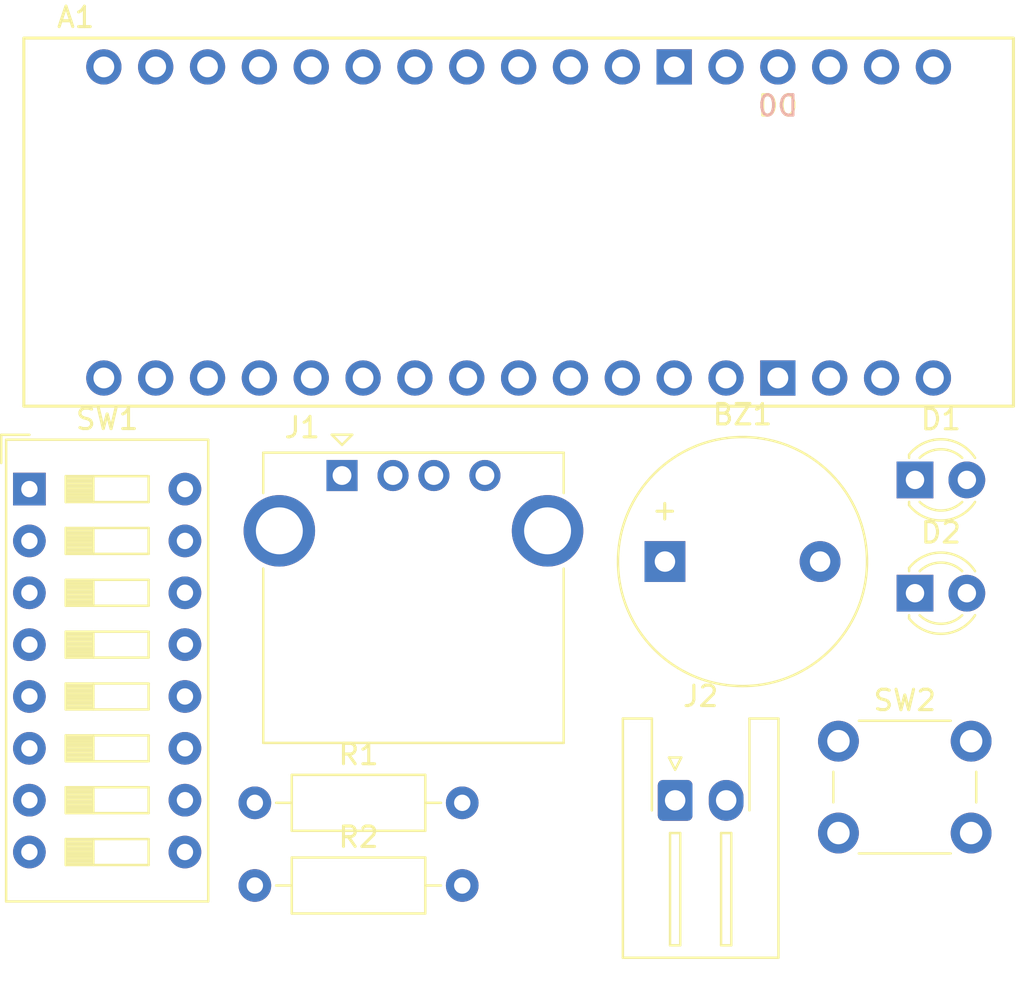
<source format=kicad_pcb>
(kicad_pcb (version 20240108) (generator "pcbnew") (generator_version "8.0")
  (layers (0 "F.Cu" signal) (31 "B.Cu" signal) (34 "B.Paste" user) (35 "F.Paste" user) (36 "B.SilkS" user "B.Silkscreen") (37 "F.SilkS" user "F.Silkscreen") (38 "B.Mask" user) (39 "F.Mask" user) (44 "Edge.Cuts" user))
  (net 0 "")
  (net 1 "Net-(D2-A)")
  (net 2 "Net-(A1-PadD11)")
  (net 11 "GND")
  (net 13 "Net-(A1-PadD5)")
  (net 14 "Net-(A1-PadD8)")
  (net 15 "Net-(A1-PadD9)")
  (net 16 "Net-(A1-SPI_SCK)")
  (net 19 "Net-(A1-PadD6)")
  (net 21 "Net-(A1-SPI_MOSI)")
  (net 24 "Net-(A1-PadD4)")
  (net 25 "Net-(D1-A)")
  (net 27 "Net-(A1-PadD10)")
  (net 28 "Net-(A1-D7_INT4)")
  (net 29 "Net-(J2-Pin_1)")
  (net 32 "Net-(BZ1-+)")
  (net 33 "Net-(D1-K)")
  (net 34 "Net-(D2-K)")
  (footprint "LED_THT:LED_D3.0mm" (layer "F.Cu") (at 129.325 78.975)
    (property "Reference" "D1" (at 1.27 -2.96 0) (layer "F.SilkS"))
    (property "Value" "Power LED")
    (fp_line (start -0.29 -1.236) (end -0.29 -1.08) (stroke (width 0.12)) (layer "F.SilkS"))
    (fp_line (start -0.29 1.08) (end -0.29 1.236) (stroke (width 0.12)) (layer "F.SilkS"))
    (fp_arc (start -0.29 -1.235516) (mid 1.366487 -1.987659) (end 2.942335 -1.078608) (stroke (width 0.12)) (layer "F.SilkS"))
    (fp_arc (start 0.229039 -1.08) (mid 1.270117 -1.5) (end 2.31113 -1.079837) (stroke (width 0.12)) (layer "F.SilkS"))
    (fp_arc (start 2.31113 1.079837) (mid 1.270117 1.5) (end 0.229039 1.08) (stroke (width 0.12)) (layer "F.SilkS"))
    (fp_arc (start 2.942335 1.078608) (mid 1.366487 1.987659) (end -0.29 1.235516) (stroke (width 0.12)) (layer "F.SilkS"))
    (pad "1" thru_hole rect (at 0 0) (size 1.8 1.8) (drill 0.9) (layers "*.Cu" "*.Mask") (net 33 "Net-(D1-K)"))
    (pad "2" thru_hole circle (at 2.54 0) (size 1.8 1.8) (drill 0.9) (layers "*.Cu" "*.Mask") (net 25 "Net-(D1-A)"))
  )
  (footprint "Button_Switch_THT:SW_DIP_SPSTx08_Slide_9.78x22.5mm_W7.62mm_P2.54mm" (layer "F.Cu") (at 85.94 79.425)
    (property "Reference" "SW1" (at 3.81 -3.42 0) (layer "F.SilkS"))
    (property "Value" "SW_DIP_x08")
    (fp_line (start -1.38 -2.66) (end -1.38 -1.277) (stroke (width 0.12)) (layer "F.SilkS"))
    (fp_line (start -1.38 -2.66) (end 0.004 -2.66) (stroke (width 0.12)) (layer "F.SilkS"))
    (fp_line (start -1.14 -2.42) (end -1.14 20.201) (stroke (width 0.12)) (layer "F.SilkS"))
    (fp_line (start -1.14 -2.42) (end 8.76 -2.42) (stroke (width 0.12)) (layer "F.SilkS"))
    (fp_line (start -1.14 20.201) (end 8.76 20.201) (stroke (width 0.12)) (layer "F.SilkS"))
    (fp_line (start 1.78 -0.635) (end 1.78 0.635) (stroke (width 0.12)) (layer "F.SilkS"))
    (fp_line (start 1.78 -0.515) (end 3.133333 -0.515) (stroke (width 0.12)) (layer "F.SilkS"))
    (fp_line (start 1.78 -0.395) (end 3.133333 -0.395) (stroke (width 0.12)) (layer "F.SilkS"))
    (fp_line (start 1.78 -0.275) (end 3.133333 -0.275) (stroke (width 0.12)) (layer "F.SilkS"))
    (fp_line (start 1.78 -0.155) (end 3.133333 -0.155) (stroke (width 0.12)) (layer "F.SilkS"))
    (fp_line (start 1.78 -0.035) (end 3.133333 -0.035) (stroke (width 0.12)) (layer "F.SilkS"))
    (fp_line (start 1.78 0.085) (end 3.133333 0.085) (stroke (width 0.12)) (layer "F.SilkS"))
    (fp_line (start 1.78 0.205) (end 3.133333 0.205) (stroke (width 0.12)) (layer "F.SilkS"))
    (fp_line (start 1.78 0.325) (end 3.133333 0.325) (stroke (width 0.12)) (layer "F.SilkS"))
    (fp_line (start 1.78 0.445) (end 3.133333 0.445) (stroke (width 0.12)) (layer "F.SilkS"))
    (fp_line (start 1.78 0.565) (end 3.133333 0.565) (stroke (width 0.12)) (layer "F.SilkS"))
    (fp_line (start 1.78 0.635) (end 5.84 0.635) (stroke (width 0.12)) (layer "F.SilkS"))
    (fp_line (start 1.78 1.905) (end 1.78 3.175) (stroke (width 0.12)) (layer "F.SilkS"))
    (fp_line (start 1.78 2.025) (end 3.133333 2.025) (stroke (width 0.12)) (layer "F.SilkS"))
    (fp_line (start 1.78 2.145) (end 3.133333 2.145) (stroke (width 0.12)) (layer "F.SilkS"))
    (fp_line (start 1.78 2.265) (end 3.133333 2.265) (stroke (width 0.12)) (layer "F.SilkS"))
    (fp_line (start 1.78 2.385) (end 3.133333 2.385) (stroke (width 0.12)) (layer "F.SilkS"))
    (fp_line (start 1.78 2.505) (end 3.133333 2.505) (stroke (width 0.12)) (layer "F.SilkS"))
    (fp_line (start 1.78 2.625) (end 3.133333 2.625) (stroke (width 0.12)) (layer "F.SilkS"))
    (fp_line (start 1.78 2.745) (end 3.133333 2.745) (stroke (width 0.12)) (layer "F.SilkS"))
    (fp_line (start 1.78 2.865) (end 3.133333 2.865) (stroke (width 0.12)) (layer "F.SilkS"))
    (fp_line (start 1.78 2.985) (end 3.133333 2.985) (stroke (width 0.12)) (layer "F.SilkS"))
    (fp_line (start 1.78 3.105) (end 3.133333 3.105) (stroke (width 0.12)) (layer "F.SilkS"))
    (fp_line (start 1.78 3.175) (end 5.84 3.175) (stroke (width 0.12)) (layer "F.SilkS"))
    (fp_line (start 1.78 4.445) (end 1.78 5.715) (stroke (width 0.12)) (layer "F.SilkS"))
    (fp_line (start 1.78 4.565) (end 3.133333 4.565) (stroke (width 0.12)) (layer "F.SilkS"))
    (fp_line (start 1.78 4.685) (end 3.133333 4.685) (stroke (width 0.12)) (layer "F.SilkS"))
    (fp_line (start 1.78 4.805) (end 3.133333 4.805) (stroke (width 0.12)) (layer "F.SilkS"))
    (fp_line (start 1.78 4.925) (end 3.133333 4.925) (stroke (width 0.12)) (layer "F.SilkS"))
    (fp_line (start 1.78 5.045) (end 3.133333 5.045) (stroke (width 0.12)) (layer "F.SilkS"))
    (fp_line (start 1.78 5.165) (end 3.133333 5.165) (stroke (width 0.12)) (layer "F.SilkS"))
    (fp_line (start 1.78 5.285) (end 3.133333 5.285) (stroke (width 0.12)) (layer "F.SilkS"))
    (fp_line (start 1.78 5.405) (end 3.133333 5.405) (stroke (width 0.12)) (layer "F.SilkS"))
    (fp_line (start 1.78 5.525) (end 3.133333 5.525) (stroke (width 0.12)) (layer "F.SilkS"))
    (fp_line (start 1.78 5.645) (end 3.133333 5.645) (stroke (width 0.12)) (layer "F.SilkS"))
    (fp_line (start 1.78 5.715) (end 5.84 5.715) (stroke (width 0.12)) (layer "F.SilkS"))
    (fp_line (start 1.78 6.985) (end 1.78 8.255) (stroke (width 0.12)) (layer "F.SilkS"))
    (fp_line (start 1.78 7.105) (end 3.133333 7.105) (stroke (width 0.12)) (layer "F.SilkS"))
    (fp_line (start 1.78 7.225) (end 3.133333 7.225) (stroke (width 0.12)) (layer "F.SilkS"))
    (fp_line (start 1.78 7.345) (end 3.133333 7.345) (stroke (width 0.12)) (layer "F.SilkS"))
    (fp_line (start 1.78 7.465) (end 3.133333 7.465) (stroke (width 0.12)) (layer "F.SilkS"))
    (fp_line (start 1.78 7.585) (end 3.133333 7.585) (stroke (width 0.12)) (layer "F.SilkS"))
    (fp_line (start 1.78 7.705) (end 3.133333 7.705) (stroke (width 0.12)) (layer "F.SilkS"))
    (fp_line (start 1.78 7.825) (end 3.133333 7.825) (stroke (width 0.12)) (layer "F.SilkS"))
    (fp_line (start 1.78 7.945) (end 3.133333 7.945) (stroke (width 0.12)) (layer "F.SilkS"))
    (fp_line (start 1.78 8.065) (end 3.133333 8.065) (stroke (width 0.12)) (layer "F.SilkS"))
    (fp_line (start 1.78 8.185) (end 3.133333 8.185) (stroke (width 0.12)) (layer "F.SilkS"))
    (fp_line (start 1.78 8.255) (end 5.84 8.255) (stroke (width 0.12)) (layer "F.SilkS"))
    (fp_line (start 1.78 9.525) (end 1.78 10.795) (stroke (width 0.12)) (layer "F.SilkS"))
    (fp_line (start 1.78 9.645) (end 3.133333 9.645) (stroke (width 0.12)) (layer "F.SilkS"))
    (fp_line (start 1.78 9.765) (end 3.133333 9.765) (stroke (width 0.12)) (layer "F.SilkS"))
    (fp_line (start 1.78 9.885) (end 3.133333 9.885) (stroke (width 0.12)) (layer "F.SilkS"))
    (fp_line (start 1.78 10.005) (end 3.133333 10.005) (stroke (width 0.12)) (layer "F.SilkS"))
    (fp_line (start 1.78 10.125) (end 3.133333 10.125) (stroke (width 0.12)) (layer "F.SilkS"))
    (fp_line (start 1.78 10.245) (end 3.133333 10.245) (stroke (width 0.12)) (layer "F.SilkS"))
    (fp_line (start 1.78 10.365) (end 3.133333 10.365) (stroke (width 0.12)) (layer "F.SilkS"))
    (fp_line (start 1.78 10.485) (end 3.133333 10.485) (stroke (width 0.12)) (layer "F.SilkS"))
    (fp_line (start 1.78 10.605) (end 3.133333 10.605) (stroke (width 0.12)) (layer "F.SilkS"))
    (fp_line (start 1.78 10.725) (end 3.133333 10.725) (stroke (width 0.12)) (layer "F.SilkS"))
    (fp_line (start 1.78 10.795) (end 5.84 10.795) (stroke (width 0.12)) (layer "F.SilkS"))
    (fp_line (start 1.78 12.065) (end 1.78 13.335) (stroke (width 0.12)) (layer "F.SilkS"))
    (fp_line (start 1.78 12.185) (end 3.133333 12.185) (stroke (width 0.12)) (layer "F.SilkS"))
    (fp_line (start 1.78 12.305) (end 3.133333 12.305) (stroke (width 0.12)) (layer "F.SilkS"))
    (fp_line (start 1.78 12.425) (end 3.133333 12.425) (stroke (width 0.12)) (layer "F.SilkS"))
    (fp_line (start 1.78 12.545) (end 3.133333 12.545) (stroke (width 0.12)) (layer "F.SilkS"))
    (fp_line (start 1.78 12.665) (end 3.133333 12.665) (stroke (width 0.12)) (layer "F.SilkS"))
    (fp_line (start 1.78 12.785) (end 3.133333 12.785) (stroke (width 0.12)) (layer "F.SilkS"))
    (fp_line (start 1.78 12.905) (end 3.133333 12.905) (stroke (width 0.12)) (layer "F.SilkS"))
    (fp_line (start 1.78 13.025) (end 3.133333 13.025) (stroke (width 0.12)) (layer "F.SilkS"))
    (fp_line (start 1.78 13.145) (end 3.133333 13.145) (stroke (width 0.12)) (layer "F.SilkS"))
    (fp_line (start 1.78 13.265) (end 3.133333 13.265) (stroke (width 0.12)) (layer "F.SilkS"))
    (fp_line (start 1.78 13.335) (end 5.84 13.335) (stroke (width 0.12)) (layer "F.SilkS"))
    (fp_line (start 1.78 14.605) (end 1.78 15.875) (stroke (width 0.12)) (layer "F.SilkS"))
    (fp_line (start 1.78 14.725) (end 3.133333 14.725) (stroke (width 0.12)) (layer "F.SilkS"))
    (fp_line (start 1.78 14.845) (end 3.133333 14.845) (stroke (width 0.12)) (layer "F.SilkS"))
    (fp_line (start 1.78 14.965) (end 3.133333 14.965) (stroke (width 0.12)) (layer "F.SilkS"))
    (fp_line (start 1.78 15.085) (end 3.133333 15.085) (stroke (width 0.12)) (layer "F.SilkS"))
    (fp_line (start 1.78 15.205) (end 3.133333 15.205) (stroke (width 0.12)) (layer "F.SilkS"))
    (fp_line (start 1.78 15.325) (end 3.133333 15.325) (stroke (width 0.12)) (layer "F.SilkS"))
    (fp_line (start 1.78 15.445) (end 3.133333 15.445) (stroke (width 0.12)) (layer "F.SilkS"))
    (fp_line (start 1.78 15.565) (end 3.133333 15.565) (stroke (width 0.12)) (layer "F.SilkS"))
    (fp_line (start 1.78 15.685) (end 3.133333 15.685) (stroke (width 0.12)) (layer "F.SilkS"))
    (fp_line (start 1.78 15.805) (end 3.133333 15.805) (stroke (width 0.12)) (layer "F.SilkS"))
    (fp_line (start 1.78 15.875) (end 5.84 15.875) (stroke (width 0.12)) (layer "F.SilkS"))
    (fp_line (start 1.78 17.145) (end 1.78 18.415) (stroke (width 0.12)) (layer "F.SilkS"))
    (fp_line (start 1.78 17.265) (end 3.133333 17.265) (stroke (width 0.12)) (layer "F.SilkS"))
    (fp_line (start 1.78 17.385) (end 3.133333 17.385) (stroke (width 0.12)) (layer "F.SilkS"))
    (fp_line (start 1.78 17.505) (end 3.133333 17.505) (stroke (width 0.12)) (layer "F.SilkS"))
    (fp_line (start 1.78 17.625) (end 3.133333 17.625) (stroke (width 0.12)) (layer "F.SilkS"))
    (fp_line (start 1.78 17.745) (end 3.133333 17.745) (stroke (width 0.12)) (layer "F.SilkS"))
    (fp_line (start 1.78 17.865) (end 3.133333 17.865) (stroke (width 0.12)) (layer "F.SilkS"))
    (fp_line (start 1.78 17.985) (end 3.133333 17.985) (stroke (width 0.12)) (layer "F.SilkS"))
    (fp_line (start 1.78 18.105) (end 3.133333 18.105) (stroke (width 0.12)) (layer "F.SilkS"))
    (fp_line (start 1.78 18.225) (end 3.133333 18.225) (stroke (width 0.12)) (layer "F.SilkS"))
    (fp_line (start 1.78 18.345) (end 3.133333 18.345) (stroke (width 0.12)) (layer "F.SilkS"))
    (fp_line (start 1.78 18.415) (end 5.84 18.415) (stroke (width 0.12)) (layer "F.SilkS"))
    (fp_line (start 3.133333 -0.635) (end 3.133333 0.635) (stroke (width 0.12)) (layer "F.SilkS"))
    (fp_line (start 3.133333 1.905) (end 3.133333 3.175) (stroke (width 0.12)) (layer "F.SilkS"))
    (fp_line (start 3.133333 4.445) (end 3.133333 5.715) (stroke (width 0.12)) (layer "F.SilkS"))
    (fp_line (start 3.133333 6.985) (end 3.133333 8.255) (stroke (width 0.12)) (layer "F.SilkS"))
    (fp_line (start 3.133333 9.525) (end 3.133333 10.795) (stroke (width 0.12)) (layer "F.SilkS"))
    (fp_line (start 3.133333 12.065) (end 3.133333 13.335) (stroke (width 0.12)) (layer "F.SilkS"))
    (fp_line (start 3.133333 14.605) (end 3.133333 15.875) (stroke (width 0.12)) (layer "F.SilkS"))
    (fp_line (start 3.133333 17.145) (end 3.133333 18.415) (stroke (width 0.12)) (layer "F.SilkS"))
    (fp_line (start 5.84 -0.635) (end 1.78 -0.635) (stroke (width 0.12)) (layer "F.SilkS"))
    (fp_line (start 5.84 0.635) (end 5.84 -0.635) (stroke (width 0.12)) (layer "F.SilkS"))
    (fp_line (start 5.84 1.905) (end 1.78 1.905) (stroke (width 0.12)) (layer "F.SilkS"))
    (fp_line (start 5.84 3.175) (end 5.84 1.905) (stroke (width 0.12)) (layer "F.SilkS"))
    (fp_line (start 5.84 4.445) (end 1.78 4.445) (stroke (width 0.12)) (layer "F.SilkS"))
    (fp_line (start 5.84 5.715) (end 5.84 4.445) (stroke (width 0.12)) (layer "F.SilkS"))
    (fp_line (start 5.84 6.985) (end 1.78 6.985) (stroke (width 0.12)) (layer "F.SilkS"))
    (fp_line (start 5.84 8.255) (end 5.84 6.985) (stroke (width 0.12)) (layer "F.SilkS"))
    (fp_line (start 5.84 9.525) (end 1.78 9.525) (stroke (width 0.12)) (layer "F.SilkS"))
    (fp_line (start 5.84 10.795) (end 5.84 9.525) (stroke (width 0.12)) (layer "F.SilkS"))
    (fp_line (start 5.84 12.065) (end 1.78 12.065) (stroke (width 0.12)) (layer "F.SilkS"))
    (fp_line (start 5.84 13.335) (end 5.84 12.065) (stroke (width 0.12)) (layer "F.SilkS"))
    (fp_line (start 5.84 14.605) (end 1.78 14.605) (stroke (width 0.12)) (layer "F.SilkS"))
    (fp_line (start 5.84 15.875) (end 5.84 14.605) (stroke (width 0.12)) (layer "F.SilkS"))
    (fp_line (start 5.84 17.145) (end 1.78 17.145) (stroke (width 0.12)) (layer "F.SilkS"))
    (fp_line (start 5.84 18.415) (end 5.84 17.145) (stroke (width 0.12)) (layer "F.SilkS"))
    (fp_line (start 8.76 -2.42) (end 8.76 20.201) (stroke (width 0.12)) (layer "F.SilkS"))
    (pad "1" thru_hole rect (at 0 0) (size 1.6 1.6) (drill 0.8) (layers "*.Cu" "*.Mask") (net 24 "Net-(A1-PadD4)"))
    (pad "2" thru_hole oval (at 0 2.54) (size 1.6 1.6) (drill 0.8) (layers "*.Cu" "*.Mask") (net 13 "Net-(A1-PadD5)"))
    (pad "3" thru_hole oval (at 0 5.08) (size 1.6 1.6) (drill 0.8) (layers "*.Cu" "*.Mask") (net 19 "Net-(A1-PadD6)"))
    (pad "4" thru_hole oval (at 0 7.62) (size 1.6 1.6) (drill 0.8) (layers "*.Cu" "*.Mask") (net 28 "Net-(A1-D7_INT4)"))
    (pad "5" thru_hole oval (at 0 10.16) (size 1.6 1.6) (drill 0.8) (layers "*.Cu" "*.Mask") (net 14 "Net-(A1-PadD8)"))
    (pad "6" thru_hole oval (at 0 12.7) (size 1.6 1.6) (drill 0.8) (layers "*.Cu" "*.Mask") (net 15 "Net-(A1-PadD9)"))
    (pad "7" thru_hole oval (at 0 15.24) (size 1.6 1.6) (drill 0.8) (layers "*.Cu" "*.Mask") (net 27 "Net-(A1-PadD10)"))
    (pad "8" thru_hole oval (at 0 17.78) (size 1.6 1.6) (drill 0.8) (layers "*.Cu" "*.Mask") (net 2 "Net-(A1-PadD11)"))
    (pad "9" thru_hole oval (at 7.62 17.78) (size 1.6 1.6) (drill 0.8) (layers "*.Cu" "*.Mask") (net 32 "Net-(BZ1-+)"))
    (pad "10" thru_hole oval (at 7.62 15.24) (size 1.6 1.6) (drill 0.8) (layers "*.Cu" "*.Mask") (net 11 "GND"))
    (pad "11" thru_hole oval (at 7.62 12.7) (size 1.6 1.6) (drill 0.8) (layers "*.Cu" "*.Mask") (net 11 "GND"))
    (pad "12" thru_hole oval (at 7.62 10.16) (size 1.6 1.6) (drill 0.8) (layers "*.Cu" "*.Mask") (net 11 "GND"))
    (pad "13" thru_hole oval (at 7.62 7.62) (size 1.6 1.6) (drill 0.8) (layers "*.Cu" "*.Mask") (net 11 "GND"))
    (pad "14" thru_hole oval (at 7.62 5.08) (size 1.6 1.6) (drill 0.8) (layers "*.Cu" "*.Mask") (net 11 "GND"))
    (pad "15" thru_hole oval (at 7.62 2.54) (size 1.6 1.6) (drill 0.8) (layers "*.Cu" "*.Mask") (net 11 "GND"))
    (pad "16" thru_hole oval (at 7.62 0) (size 1.6 1.6) (drill 0.8) (layers "*.Cu" "*.Mask") (net 11 "GND"))
  )
  (footprint "Resistor_THT:R_Axial_DIN0207_L6.3mm_D2.5mm_P10.16mm_Horizontal" (layer "F.Cu") (at 96.985 98.845)
    (property "Reference" "R2" (at 5.08 -2.37 0) (layer "F.SilkS"))
    (property "Value" "1K")
    (fp_line (start 1.04 0) (end 1.81 0) (stroke (width 0.12)) (layer "F.SilkS"))
    (fp_line (start 1.81 -1.37) (end 1.81 1.37) (stroke (width 0.12)) (layer "F.SilkS"))
    (fp_line (start 1.81 1.37) (end 8.35 1.37) (stroke (width 0.12)) (layer "F.SilkS"))
    (fp_line (start 8.35 -1.37) (end 1.81 -1.37) (stroke (width 0.12)) (layer "F.SilkS"))
    (fp_line (start 8.35 1.37) (end 8.35 -1.37) (stroke (width 0.12)) (layer "F.SilkS"))
    (fp_line (start 9.12 0) (end 8.35 0) (stroke (width 0.12)) (layer "F.SilkS"))
    (pad "1" thru_hole circle (at 0 0) (size 1.6 1.6) (drill 0.8) (layers "*.Cu" "*.Mask") (net 11 "GND"))
    (pad "2" thru_hole oval (at 10.16 0) (size 1.6 1.6) (drill 0.8) (layers "*.Cu" "*.Mask") (net 33 "Net-(D1-K)"))
  )
  (footprint "Button_Switch_THT:SW_PUSH_6mm" (layer "F.Cu") (at 125.575 91.775)
    (property "Reference" "SW2" (at 3.25 -2 0) (layer "F.SilkS"))
    (property "Value" "SW_Push")
    (fp_line (start -0.25 1.5) (end -0.25 3) (stroke (width 0.12)) (layer "F.SilkS"))
    (fp_line (start 1 5.5) (end 5.5 5.5) (stroke (width 0.12)) (layer "F.SilkS"))
    (fp_line (start 5.5 -1) (end 1 -1) (stroke (width 0.12)) (layer "F.SilkS"))
    (fp_line (start 6.75 3) (end 6.75 1.5) (stroke (width 0.12)) (layer "F.SilkS"))
    (pad "1" thru_hole circle (at 0 0 90) (size 2 2) (drill 1.1) (layers "*.Cu" "*.Mask") (net 11 "GND"))
    (pad "1" thru_hole circle (at 6.5 0 90) (size 2 2) (drill 1.1) (layers "*.Cu" "*.Mask") (net 11 "GND"))
    (pad "2" thru_hole circle (at 0 4.5 90) (size 2 2) (drill 1.1) (layers "*.Cu" "*.Mask") (net 29 "Net-(J2-Pin_1)"))
    (pad "2" thru_hole circle (at 6.5 4.5 90) (size 2 2) (drill 1.1) (layers "*.Cu" "*.Mask") (net 29 "Net-(J2-Pin_1)"))
  )
  (footprint "Connector_JST:JST_XH_S2B-XH-A-1_1x02_P2.50mm_Horizontal" (layer "F.Cu") (at 117.575 94.675)
    (property "Reference" "J2" (at 1.25 -5.1 0) (layer "F.SilkS"))
    (property "Value" "Trigger Button Input")
    (fp_line (start -2.56 -4.01) (end -1.14 -4.01) (stroke (width 0.12)) (layer "F.SilkS"))
    (fp_line (start -2.56 7.71) (end -2.56 -4.01) (stroke (width 0.12)) (layer "F.SilkS"))
    (fp_line (start -1.14 -4.01) (end -1.14 0.49) (stroke (width 0.12)) (layer "F.SilkS"))
    (fp_line (start -0.3 -2.1) (end 0.3 -2.1) (stroke (width 0.12)) (layer "F.SilkS"))
    (fp_line (start -0.25 1.6) (end -0.25 7.1) (stroke (width 0.12)) (layer "F.SilkS"))
    (fp_line (start -0.25 7.1) (end 0.25 7.1) (stroke (width 0.12)) (layer "F.SilkS"))
    (fp_line (start 0 -1.5) (end -0.3 -2.1) (stroke (width 0.12)) (layer "F.SilkS"))
    (fp_line (start 0.25 1.6) (end -0.25 1.6) (stroke (width 0.12)) (layer "F.SilkS"))
    (fp_line (start 0.25 7.1) (end 0.25 1.6) (stroke (width 0.12)) (layer "F.SilkS"))
    (fp_line (start 0.3 -2.1) (end 0 -1.5) (stroke (width 0.12)) (layer "F.SilkS"))
    (fp_line (start 1.25 7.71) (end -2.56 7.71) (stroke (width 0.12)) (layer "F.SilkS"))
    (fp_line (start 1.25 7.71) (end 5.06 7.71) (stroke (width 0.12)) (layer "F.SilkS"))
    (fp_line (start 2.25 1.6) (end 2.25 7.1) (stroke (width 0.12)) (layer "F.SilkS"))
    (fp_line (start 2.25 7.1) (end 2.75 7.1) (stroke (width 0.12)) (layer "F.SilkS"))
    (fp_line (start 2.75 1.6) (end 2.25 1.6) (stroke (width 0.12)) (layer "F.SilkS"))
    (fp_line (start 2.75 7.1) (end 2.75 1.6) (stroke (width 0.12)) (layer "F.SilkS"))
    (fp_line (start 3.64 -4.01) (end 3.64 0.49) (stroke (width 0.12)) (layer "F.SilkS"))
    (fp_line (start 5.06 -4.01) (end 3.64 -4.01) (stroke (width 0.12)) (layer "F.SilkS"))
    (fp_line (start 5.06 7.71) (end 5.06 -4.01) (stroke (width 0.12)) (layer "F.SilkS"))
    (pad "1" thru_hole roundrect (at 0 0) (size 1.7 2) (drill 1) (layers "*.Cu" "*.Mask") (roundrect_rratio 0.147059) (net 29 "Net-(J2-Pin_1)"))
    (pad "2" thru_hole oval (at 2.5 0) (size 1.7 2) (drill 1) (layers "*.Cu" "*.Mask") (net 11 "GND"))
  )
  (footprint "Buzzer_Beeper:Buzzer_12x9.5RM7.6" (layer "F.Cu") (at 117.075 82.975)
    (property "Reference" "BZ1" (at 3.8 -7.2 0) (layer "F.SilkS"))
    (property "Value" "Buzzer")
    (fp_circle (center 3.8 0) (end 9.9 0) (stroke (width 0.12)) (fill none) (layer "F.SilkS"))
    (fp_text user "+" (at -0.01 -2.54 0) (layer "F.SilkS"))
    (pad "1" thru_hole rect (at 0 0) (size 2 2) (drill 1) (layers "*.Cu" "*.Mask") (net 32 "Net-(BZ1-+)"))
    (pad "2" thru_hole circle (at 7.6 0) (size 2 2) (drill 1) (layers "*.Cu" "*.Mask") (net 11 "GND"))
  )
  (footprint "LED_THT:LED_D3.0mm" (layer "F.Cu") (at 129.325 84.525)
    (property "Reference" "D2" (at 1.27 -2.96 0) (layer "F.SilkS"))
    (property "Value" "Data LED")
    (fp_line (start -0.29 -1.236) (end -0.29 -1.08) (stroke (width 0.12)) (layer "F.SilkS"))
    (fp_line (start -0.29 1.08) (end -0.29 1.236) (stroke (width 0.12)) (layer "F.SilkS"))
    (fp_arc (start -0.29 -1.235516) (mid 1.366487 -1.987659) (end 2.942335 -1.078608) (stroke (width 0.12)) (layer "F.SilkS"))
    (fp_arc (start 0.229039 -1.08) (mid 1.270117 -1.5) (end 2.31113 -1.079837) (stroke (width 0.12)) (layer "F.SilkS"))
    (fp_arc (start 2.31113 1.079837) (mid 1.270117 1.5) (end 0.229039 1.08) (stroke (width 0.12)) (layer "F.SilkS"))
    (fp_arc (start 2.942335 1.078608) (mid 1.366487 1.987659) (end -0.29 1.235516) (stroke (width 0.12)) (layer "F.SilkS"))
    (pad "1" thru_hole rect (at 0 0) (size 1.8 1.8) (drill 0.9) (layers "*.Cu" "*.Mask") (net 34 "Net-(D2-K)"))
    (pad "2" thru_hole circle (at 2.54 0) (size 1.8 1.8) (drill 0.9) (layers "*.Cu" "*.Mask") (net 1 "Net-(D2-A)"))
  )
  (footprint "Resistor_THT:R_Axial_DIN0207_L6.3mm_D2.5mm_P10.16mm_Horizontal" (layer "F.Cu") (at 96.985 94.795)
    (property "Reference" "R1" (at 5.08 -2.37 0) (layer "F.SilkS"))
    (property "Value" "1K")
    (fp_line (start 1.04 0) (end 1.81 0) (stroke (width 0.12)) (layer "F.SilkS"))
    (fp_line (start 1.81 -1.37) (end 1.81 1.37) (stroke (width 0.12)) (layer "F.SilkS"))
    (fp_line (start 1.81 1.37) (end 8.35 1.37) (stroke (width 0.12)) (layer "F.SilkS"))
    (fp_line (start 8.35 -1.37) (end 1.81 -1.37) (stroke (width 0.12)) (layer "F.SilkS"))
    (fp_line (start 8.35 1.37) (end 8.35 -1.37) (stroke (width 0.12)) (layer "F.SilkS"))
    (fp_line (start 9.12 0) (end 8.35 0) (stroke (width 0.12)) (layer "F.SilkS"))
    (pad "1" thru_hole circle (at 0 0) (size 1.6 1.6) (drill 0.8) (layers "*.Cu" "*.Mask") (net 34 "Net-(D2-K)"))
    (pad "2" thru_hole oval (at 10.16 0) (size 1.6 1.6) (drill 0.8) (layers "*.Cu" "*.Mask") (net 11 "GND"))
  )
  (footprint "PCM_arduino-library:Arduino_Micro_Socket" (layer "F.Cu") (at 85.6672 75.363)
    (property "Reference" "A1" (at 2.54 -19.05 0) (layer "F.SilkS"))
    (property "Value" "Arduino_Micro_Socket")
    (fp_line (start 0 -18.034) (end 48.48 -18.034) (stroke (width 0.15)) (layer "F.SilkS"))
    (fp_line (start 0 -18) (end 0 0) (stroke (width 0.15)) (layer "F.SilkS"))
    (fp_line (start 0 0) (end 48.48 0) (stroke (width 0.15)) (layer "F.SilkS"))
    (fp_line (start 48.48 -18) (end 48.48 0) (stroke (width 0.15)) (layer "F.SilkS"))
    (fp_text user "D0" (at 36.94 -14.715 0) (layer "B.SilkS") (effects (justify mirror)))
    (fp_text user "D0" (at 36.94 -14.715 0) (layer "F.SilkS"))
    (pad "" np_thru_hole circle (at 1.38 -16.62) (size 1.4 1.4) (drill 1.4) (layers "F&B.Cu" "*.Mask"))
    (pad "" np_thru_hole circle (at 1.38 -1.38) (size 1.4 1.4) (drill 1.4) (layers "F&B.Cu" "*.Mask"))
    (pad "" thru_hole oval (at 26.78 -1.38) (size 1.7272 1.7272) (drill 1.016) (layers "*.Cu" "*.Mask"))
    (pad "" thru_hole oval (at 29.32 -1.38) (size 1.7272 1.7272) (drill 1.016) (layers "*.Cu" "*.Mask"))
    (pad "" np_thru_hole circle (at 47.1 -16.62) (size 1.016 1.016) (drill 1.016) (layers "*.Cu" "*.Mask"))
    (pad "" np_thru_hole circle (at 47.1 -1.38) (size 1.4 1.4) (drill 1.4) (layers "F&B.Cu" "*.Mask"))
    (pad "3V3" thru_hole oval (at 6.46 -1.38) (size 1.7272 1.7272) (drill 1.016) (layers "*.Cu" "*.Mask"))
    (pad "5V" thru_hole oval (at 31.86 -1.38) (size 1.7272 1.7272) (drill 1.016) (layers "*.Cu" "*.Mask") (net 25 "Net-(D1-A)"))
    (pad "A0" thru_hole oval (at 11.54 -1.38) (size 1.7272 1.7272) (drill 1.016) (layers "*.Cu" "*.Mask") (net 29 "Net-(J2-Pin_1)"))
    (pad "A1" thru_hole oval (at 14.08 -1.38) (size 1.7272 1.7272) (drill 1.016) (layers "*.Cu" "*.Mask"))
    (pad "A2" thru_hole oval (at 16.62 -1.38) (size 1.7272 1.7272) (drill 1.016) (layers "*.Cu" "*.Mask"))
    (pad "A3" thru_hole oval (at 19.16 -1.38) (size 1.7272 1.7272) (drill 1.016) (layers "*.Cu" "*.Mask"))
    (pad "A4" thru_hole oval (at 21.7 -1.38) (size 1.7272 1.7272) (drill 1.016) (layers "*.Cu" "*.Mask"))
    (pad "A5" thru_hole oval (at 24.24 -1.38) (size 1.7272 1.7272) (drill 1.016) (layers "*.Cu" "*.Mask"))
    (pad "AREF" thru_hole oval (at 9 -1.38) (size 1.7272 1.7272) (drill 1.016) (layers "*.Cu" "*.Mask"))
    (pad "D0" thru_hole oval (at 36.94 -16.62) (size 1.7272 1.7272) (drill 1.016) (layers "*.Cu" "*.Mask"))
    (pad "D1" thru_hole oval (at 39.48 -16.62) (size 1.7272 1.7272) (drill 1.016) (layers "*.Cu" "*.Mask"))
    (pad "D2" thru_hole oval (at 29.32 -16.62) (size 1.7272 1.7272) (drill 1.016) (layers "*.Cu" "*.Mask"))
    (pad "D3" thru_hole oval (at 26.78 -16.62) (size 1.7272 1.7272) (drill 1.016) (layers "*.Cu" "*.Mask"))
    (pad "D4" thru_hole oval (at 24.24 -16.62) (size 1.7272 1.7272) (drill 1.016) (layers "*.Cu" "*.Mask") (net 24 "Net-(A1-PadD4)"))
    (pad "D5" thru_hole oval (at 21.7 -16.62) (size 1.7272 1.7272) (drill 1.016) (layers "*.Cu" "*.Mask") (net 13 "Net-(A1-PadD5)"))
    (pad "D6" thru_hole oval (at 19.16 -16.62) (size 1.7272 1.7272) (drill 1.016) (layers "*.Cu" "*.Mask") (net 19 "Net-(A1-PadD6)"))
    (pad "D7" thru_hole oval (at 16.62 -16.62) (size 1.7272 1.7272) (drill 1.016) (layers "*.Cu" "*.Mask") (net 28 "Net-(A1-D7_INT4)"))
    (pad "D8" thru_hole oval (at 14.08 -16.62) (size 1.7272 1.7272) (drill 1.016) (layers "*.Cu" "*.Mask") (net 14 "Net-(A1-PadD8)"))
    (pad "D9" thru_hole oval (at 11.54 -16.62) (size 1.7272 1.7272) (drill 1.016) (layers "*.Cu" "*.Mask") (net 15 "Net-(A1-PadD9)"))
    (pad "D10" thru_hole oval (at 9 -16.62) (size 1.7272 1.7272) (drill 1.016) (layers "*.Cu" "*.Mask") (net 27 "Net-(A1-PadD10)"))
    (pad "D11" thru_hole oval (at 6.46 -16.62) (size 1.7272 1.7272) (drill 1.016) (layers "*.Cu" "*.Mask") (net 2 "Net-(A1-PadD11)"))
    (pad "D12" thru_hole oval (at 3.92 -16.62) (size 1.7272 1.7272) (drill 1.016) (layers "*.Cu" "*.Mask") (net 1 "Net-(D2-A)"))
    (pad "D13" thru_hole oval (at 3.92 -1.38) (size 1.7272 1.7272) (drill 1.016) (layers "*.Cu" "*.Mask"))
    (pad "GND1" thru_hole rect (at 36.94 -1.38) (size 1.7272 1.7272) (drill 1.016) (layers "*.Cu" "*.Mask") (net 11 "GND"))
    (pad "GND2" thru_hole rect (at 31.86 -16.62) (size 1.7272 1.7272) (drill 1.016) (layers "*.Cu" "*.Mask") (net 11 "GND"))
    (pad "MISO" thru_hole oval (at 42.02 -1.38) (size 1.7272 1.7272) (drill 1.016) (layers "*.Cu" "*.Mask"))
    (pad "MOSI" thru_hole circle (at 44.56 -16.62) (size 1.7272 1.7272) (drill 1.016) (layers "*.Cu" "*.Mask") (net 21 "Net-(A1-SPI_MOSI)"))
    (pad "RST1" thru_hole oval (at 34.4 -1.38) (size 1.7272 1.7272) (drill 1.016) (layers "*.Cu" "*.Mask"))
    (pad "RST2" thru_hole oval (at 34.4 -16.62) (size 1.7272 1.7272) (drill 1.016) (layers "*.Cu" "*.Mask"))
    (pad "SCK" thru_hole oval (at 44.56 -1.38) (size 1.7272 1.7272) (drill 1.016) (layers "*.Cu" "*.Mask") (net 16 "Net-(A1-SPI_SCK)"))
    (pad "SS" thru_hole oval (at 42.02 -16.62) (size 1.7272 1.7272) (drill 1.016) (layers "*.Cu" "*.Mask"))
    (pad "VIN" thru_hole oval (at 39.48 -1.38) (size 1.7272 1.7272) (drill 1.016) (layers "*.Cu" "*.Mask"))
  )
  (footprint "Connector_USB:USB_A_CONNFLY_DS1095-WNR0" (layer "F.Cu") (at 101.255 78.76)
    (property "Reference" "J1" (at -1.95 -2.35 0) (layer "F.SilkS"))
    (property "Value" "USB_A")
    (fp_line (start -3.86 -1.12) (end -3.86 0.86) (stroke (width 0.12)) (layer "F.SilkS"))
    (fp_line (start -3.86 -1.12) (end 10.86 -1.12) (stroke (width 0.12)) (layer "F.SilkS"))
    (fp_line (start -3.86 4.56) (end -3.86 13.1) (stroke (width 0.12)) (layer "F.SilkS"))
    (fp_line (start -3.86 13.1) (end 10.86 13.1) (stroke (width 0.12)) (layer "F.SilkS"))
    (fp_line (start -0.5 -2) (end 0 -1.5) (stroke (width 0.12)) (layer "F.SilkS"))
    (fp_line (start 0 -1.5) (end 0.5 -2) (stroke (width 0.12)) (layer "F.SilkS"))
    (fp_line (start 0.5 -2) (end -0.5 -2) (stroke (width 0.12)) (layer "F.SilkS"))
    (fp_line (start 10.86 0.86) (end 10.86 -1.12) (stroke (width 0.12)) (layer "F.SilkS"))
    (fp_line (start 10.86 4.56) (end 10.86 13.1) (stroke (width 0.12)) (layer "F.SilkS"))
    (pad "1" thru_hole rect (at 0 0) (size 1.524 1.524) (drill 0.92) (layers "*.Cu" "*.Mask"))
    (pad "2" thru_hole circle (at 2.5 0) (size 1.524 1.524) (drill 0.92) (layers "*.Cu" "*.Mask") (net 21 "Net-(A1-SPI_MOSI)"))
    (pad "3" thru_hole circle (at 4.5 0) (size 1.524 1.524) (drill 0.92) (layers "*.Cu" "*.Mask") (net 16 "Net-(A1-SPI_SCK)"))
    (pad "4" thru_hole circle (at 7 0) (size 1.524 1.524) (drill 0.92) (layers "*.Cu" "*.Mask") (net 11 "GND"))
    (pad "5" thru_hole circle (at -3.07 2.71) (size 3.5 3.5) (drill 2.3) (layers "*.Cu" "*.Mask") (net 11 "GND"))
    (pad "5" thru_hole circle (at 10.07 2.71) (size 3.5 3.5) (drill 2.3) (layers "*.Cu" "*.Mask") (net 11 "GND"))
  )
)
</source>
